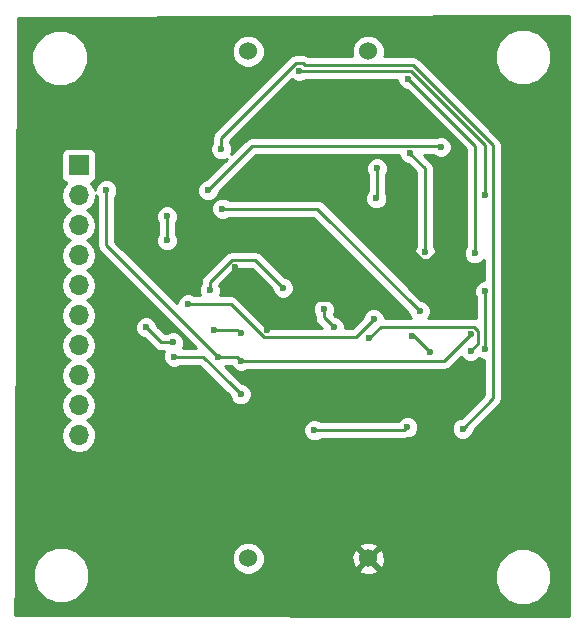
<source format=gbr>
G04 #@! TF.FileFunction,Copper,L2,Bot,Signal*
%FSLAX46Y46*%
G04 Gerber Fmt 4.6, Leading zero omitted, Abs format (unit mm)*
G04 Created by KiCad (PCBNEW 4.0.7) date Wednesday, December 20, 2017 'PMt' 05:08:58 PM*
%MOMM*%
%LPD*%
G01*
G04 APERTURE LIST*
%ADD10C,0.100000*%
%ADD11C,1.524000*%
%ADD12R,1.700000X1.700000*%
%ADD13O,1.700000X1.700000*%
%ADD14C,0.600000*%
%ADD15C,0.250000*%
%ADD16C,0.254000*%
G04 APERTURE END LIST*
D10*
D11*
X109220000Y-128270000D03*
X119380000Y-128270000D03*
X109220000Y-85344000D03*
X119380000Y-85344000D03*
D12*
X94869000Y-94996000D03*
D13*
X94869000Y-97536000D03*
X94869000Y-100076000D03*
X94869000Y-102616000D03*
X94869000Y-105156000D03*
X94869000Y-107696000D03*
X94869000Y-110236000D03*
X94869000Y-112776000D03*
X94869000Y-115316000D03*
X94869000Y-117856000D03*
D14*
X116464000Y-108712000D03*
X115628420Y-107175300D03*
X106954320Y-93626940D03*
X127386080Y-117284500D03*
X112171480Y-105359200D03*
X105966260Y-105582720D03*
X129316480Y-105671620D03*
X129273300Y-110538260D03*
X124584460Y-110761780D03*
X123065540Y-109466380D03*
X108587540Y-109194600D03*
X106339640Y-108900002D03*
X116730780Y-125958600D03*
X127579120Y-97350580D03*
X123162060Y-97020380D03*
X118132860Y-105890060D03*
X110835440Y-108900002D03*
X108122720Y-103642160D03*
X110497620Y-114368580D03*
X107528360Y-117635020D03*
X106212640Y-114241580D03*
X125552200Y-93451680D03*
X105816400Y-97114360D03*
X120068340Y-97792540D03*
X120124220Y-95252540D03*
X108587540Y-114368580D03*
X102946200Y-111188500D03*
X102870000Y-109982000D03*
X100584000Y-108712000D03*
X122712480Y-117167660D03*
X114823240Y-117419120D03*
X128066800Y-109303820D03*
X97221040Y-97106740D03*
X106636820Y-111188500D03*
X108630720Y-111526320D03*
X106636820Y-111188500D03*
X102362000Y-99314000D03*
X102362000Y-101346000D03*
X113553240Y-86969600D03*
X129289429Y-97515805D03*
X122775980Y-87685880D03*
X128407160Y-102430580D03*
X119852440Y-107993180D03*
X104134920Y-106743500D03*
X123736100Y-107325160D03*
X123736100Y-107325160D03*
X123736100Y-107325160D03*
X107038140Y-98661220D03*
X128066800Y-110672880D03*
X119494300Y-109646720D03*
X124206000Y-102362000D03*
X122936000Y-93980000D03*
D15*
X115628420Y-107175300D02*
X115628420Y-107876420D01*
X115628420Y-107876420D02*
X116464000Y-108712000D01*
X127386080Y-117284500D02*
X129941481Y-114729099D01*
X113853241Y-86344599D02*
X113253239Y-86344599D01*
X129941481Y-114729099D02*
X129941481Y-93289969D01*
X129941481Y-93289969D02*
X123171102Y-86519590D01*
X123171102Y-86519590D02*
X114028232Y-86519590D01*
X113253239Y-86344599D02*
X106954320Y-92643518D01*
X114028232Y-86519590D02*
X113853241Y-86344599D01*
X106954320Y-92643518D02*
X106954320Y-93626940D01*
X105966260Y-105582720D02*
X105966260Y-104873618D01*
X105966260Y-104873618D02*
X107822719Y-103017159D01*
X107822719Y-103017159D02*
X109829439Y-103017159D01*
X109829439Y-103017159D02*
X112171480Y-105359200D01*
X129273300Y-110538260D02*
X129273300Y-105714800D01*
X129273300Y-105714800D02*
X129316480Y-105671620D01*
X123065540Y-109466380D02*
X123289060Y-109466380D01*
X123289060Y-109466380D02*
X124584460Y-110761780D01*
X106339640Y-108900002D02*
X108292942Y-108900002D01*
X108292942Y-108900002D02*
X108587540Y-109194600D01*
X107528360Y-117635020D02*
X108407200Y-117635020D01*
X108407200Y-117635020D02*
X116730780Y-125958600D01*
X123162060Y-97020380D02*
X123162060Y-102243062D01*
X123162060Y-102243062D02*
X123905999Y-102987001D01*
X123905999Y-102987001D02*
X124506001Y-102987001D01*
X124506001Y-102987001D02*
X127579120Y-99913882D01*
X127579120Y-99913882D02*
X127579120Y-97350580D01*
X116436140Y-106354880D02*
X116900960Y-105890060D01*
X116900960Y-105890060D02*
X118132860Y-105890060D01*
X110835440Y-106354880D02*
X116436140Y-106354880D01*
X108122720Y-103642160D02*
X110835440Y-106354880D01*
X110835440Y-106354880D02*
X110835440Y-108900002D01*
X107528360Y-115557300D02*
X109308900Y-115557300D01*
X109308900Y-115557300D02*
X110497620Y-114368580D01*
X106212640Y-114241580D02*
X107528360Y-115557300D01*
X107528360Y-115557300D02*
X107528360Y-117635020D01*
X105816400Y-97114360D02*
X109575761Y-93354999D01*
X109575761Y-93354999D02*
X125455519Y-93354999D01*
X125455519Y-93354999D02*
X125552200Y-93451680D01*
X120124220Y-95252540D02*
X120124220Y-97736660D01*
X120124220Y-97736660D02*
X120068340Y-97792540D01*
X102946200Y-111188500D02*
X105407460Y-111188500D01*
X105407460Y-111188500D02*
X107835539Y-113616579D01*
X107835539Y-113616579D02*
X108587540Y-114368580D01*
X100584000Y-108712000D02*
X101854000Y-109982000D01*
X101854000Y-109982000D02*
X102870000Y-109982000D01*
X114823240Y-117419120D02*
X122461020Y-117419120D01*
X122461020Y-117419120D02*
X122712480Y-117167660D01*
X108630720Y-111526320D02*
X125844300Y-111526320D01*
X125844300Y-111526320D02*
X128066800Y-109303820D01*
X106636820Y-111188500D02*
X97221040Y-101772720D01*
X97221040Y-101772720D02*
X97221040Y-100706404D01*
X97221040Y-100706404D02*
X97221040Y-97106740D01*
X106636820Y-111188500D02*
X108292900Y-111188500D01*
X108292900Y-111188500D02*
X108630720Y-111526320D01*
X102362000Y-101346000D02*
X102362000Y-99314000D01*
X129289429Y-97515805D02*
X129289429Y-93274327D01*
X129289429Y-93274327D02*
X122984702Y-86969600D01*
X122984702Y-86969600D02*
X113553240Y-86969600D01*
X128407160Y-102430580D02*
X128407160Y-93317060D01*
X128407160Y-93317060D02*
X122775980Y-87685880D01*
X104134920Y-106743500D02*
X107753936Y-106743500D01*
X110535439Y-109525003D02*
X118320617Y-109525003D01*
X107753936Y-106743500D02*
X110535439Y-109525003D01*
X118320617Y-109525003D02*
X119852440Y-107993180D01*
X107038140Y-98661220D02*
X115072160Y-98661220D01*
X115072160Y-98661220D02*
X123736100Y-107325160D01*
X119494300Y-109646720D02*
X120462201Y-108678819D01*
X120462201Y-108678819D02*
X128366801Y-108678819D01*
X128366801Y-108678819D02*
X128691801Y-109003819D01*
X128691801Y-109003819D02*
X128691801Y-110047879D01*
X128691801Y-110047879D02*
X128066800Y-110672880D01*
X124197443Y-95258557D02*
X124197443Y-102353443D01*
X124197443Y-102353443D02*
X124206000Y-102362000D01*
X122936000Y-93980000D02*
X122936000Y-93997114D01*
X122936000Y-93997114D02*
X124197443Y-95258557D01*
D16*
G36*
X136362440Y-133184667D02*
X89520299Y-133098773D01*
X89532874Y-130136785D01*
X91020547Y-130136785D01*
X91382876Y-131013689D01*
X92053202Y-131685186D01*
X92929473Y-132049045D01*
X93878285Y-132049873D01*
X94755189Y-131687544D01*
X95426686Y-131017218D01*
X95727936Y-130291725D01*
X130088287Y-130291725D01*
X130450616Y-131168629D01*
X131120942Y-131840126D01*
X131997213Y-132203985D01*
X132946025Y-132204813D01*
X133822929Y-131842484D01*
X134494426Y-131172158D01*
X134858285Y-130295887D01*
X134859113Y-129347075D01*
X134496784Y-128470171D01*
X133826458Y-127798674D01*
X132950187Y-127434815D01*
X132001375Y-127433987D01*
X131124471Y-127796316D01*
X130452974Y-128466642D01*
X130089115Y-129342913D01*
X130088287Y-130291725D01*
X95727936Y-130291725D01*
X95790545Y-130140947D01*
X95791373Y-129192135D01*
X95524669Y-128546661D01*
X107822758Y-128546661D01*
X108034990Y-129060303D01*
X108427630Y-129453629D01*
X108940900Y-129666757D01*
X109496661Y-129667242D01*
X110010303Y-129455010D01*
X110215457Y-129250213D01*
X118579392Y-129250213D01*
X118648857Y-129492397D01*
X119172302Y-129679144D01*
X119727368Y-129651362D01*
X120111143Y-129492397D01*
X120180608Y-129250213D01*
X119380000Y-128449605D01*
X118579392Y-129250213D01*
X110215457Y-129250213D01*
X110403629Y-129062370D01*
X110616757Y-128549100D01*
X110617181Y-128062302D01*
X117970856Y-128062302D01*
X117998638Y-128617368D01*
X118157603Y-129001143D01*
X118399787Y-129070608D01*
X119200395Y-128270000D01*
X119559605Y-128270000D01*
X120360213Y-129070608D01*
X120602397Y-129001143D01*
X120789144Y-128477698D01*
X120761362Y-127922632D01*
X120602397Y-127538857D01*
X120360213Y-127469392D01*
X119559605Y-128270000D01*
X119200395Y-128270000D01*
X118399787Y-127469392D01*
X118157603Y-127538857D01*
X117970856Y-128062302D01*
X110617181Y-128062302D01*
X110617242Y-127993339D01*
X110405010Y-127479697D01*
X110215432Y-127289787D01*
X118579392Y-127289787D01*
X119380000Y-128090395D01*
X120180608Y-127289787D01*
X120111143Y-127047603D01*
X119587698Y-126860856D01*
X119032632Y-126888638D01*
X118648857Y-127047603D01*
X118579392Y-127289787D01*
X110215432Y-127289787D01*
X110012370Y-127086371D01*
X109499100Y-126873243D01*
X108943339Y-126872758D01*
X108429697Y-127084990D01*
X108036371Y-127477630D01*
X107823243Y-127990900D01*
X107822758Y-128546661D01*
X95524669Y-128546661D01*
X95429044Y-128315231D01*
X94758718Y-127643734D01*
X93882447Y-127279875D01*
X92933635Y-127279047D01*
X92056731Y-127641376D01*
X91385234Y-128311702D01*
X91021375Y-129187973D01*
X91020547Y-130136785D01*
X89532874Y-130136785D01*
X89671281Y-97536000D01*
X93354907Y-97536000D01*
X93467946Y-98104285D01*
X93789853Y-98586054D01*
X94119026Y-98806000D01*
X93789853Y-99025946D01*
X93467946Y-99507715D01*
X93354907Y-100076000D01*
X93467946Y-100644285D01*
X93789853Y-101126054D01*
X94119026Y-101346000D01*
X93789853Y-101565946D01*
X93467946Y-102047715D01*
X93354907Y-102616000D01*
X93467946Y-103184285D01*
X93789853Y-103666054D01*
X94119026Y-103886000D01*
X93789853Y-104105946D01*
X93467946Y-104587715D01*
X93354907Y-105156000D01*
X93467946Y-105724285D01*
X93789853Y-106206054D01*
X94119026Y-106426000D01*
X93789853Y-106645946D01*
X93467946Y-107127715D01*
X93354907Y-107696000D01*
X93467946Y-108264285D01*
X93789853Y-108746054D01*
X94119026Y-108966000D01*
X93789853Y-109185946D01*
X93467946Y-109667715D01*
X93354907Y-110236000D01*
X93467946Y-110804285D01*
X93789853Y-111286054D01*
X94119026Y-111506000D01*
X93789853Y-111725946D01*
X93467946Y-112207715D01*
X93354907Y-112776000D01*
X93467946Y-113344285D01*
X93789853Y-113826054D01*
X94119026Y-114046000D01*
X93789853Y-114265946D01*
X93467946Y-114747715D01*
X93354907Y-115316000D01*
X93467946Y-115884285D01*
X93789853Y-116366054D01*
X94119026Y-116586000D01*
X93789853Y-116805946D01*
X93467946Y-117287715D01*
X93354907Y-117856000D01*
X93467946Y-118424285D01*
X93789853Y-118906054D01*
X94271622Y-119227961D01*
X94839907Y-119341000D01*
X94898093Y-119341000D01*
X95466378Y-119227961D01*
X95948147Y-118906054D01*
X96270054Y-118424285D01*
X96383093Y-117856000D01*
X96333025Y-117604287D01*
X113888078Y-117604287D01*
X114030123Y-117948063D01*
X114292913Y-118211312D01*
X114636441Y-118353958D01*
X115008407Y-118354282D01*
X115352183Y-118212237D01*
X115385358Y-118179120D01*
X122461020Y-118179120D01*
X122751859Y-118121268D01*
X122779619Y-118102719D01*
X122897647Y-118102822D01*
X123241423Y-117960777D01*
X123504672Y-117697987D01*
X123647318Y-117354459D01*
X123647642Y-116982493D01*
X123505597Y-116638717D01*
X123242807Y-116375468D01*
X122899279Y-116232822D01*
X122527313Y-116232498D01*
X122183537Y-116374543D01*
X121920288Y-116637333D01*
X121911241Y-116659120D01*
X115385703Y-116659120D01*
X115353567Y-116626928D01*
X115010039Y-116484282D01*
X114638073Y-116483958D01*
X114294297Y-116626003D01*
X114031048Y-116888793D01*
X113888402Y-117232321D01*
X113888078Y-117604287D01*
X96333025Y-117604287D01*
X96270054Y-117287715D01*
X95948147Y-116805946D01*
X95618974Y-116586000D01*
X95948147Y-116366054D01*
X96270054Y-115884285D01*
X96383093Y-115316000D01*
X96270054Y-114747715D01*
X95948147Y-114265946D01*
X95618974Y-114046000D01*
X95948147Y-113826054D01*
X96270054Y-113344285D01*
X96383093Y-112776000D01*
X96270054Y-112207715D01*
X95948147Y-111725946D01*
X95618974Y-111506000D01*
X95948147Y-111286054D01*
X96270054Y-110804285D01*
X96383093Y-110236000D01*
X96270054Y-109667715D01*
X95948147Y-109185946D01*
X95618974Y-108966000D01*
X95948147Y-108746054D01*
X96270054Y-108264285D01*
X96383093Y-107696000D01*
X96270054Y-107127715D01*
X95948147Y-106645946D01*
X95618974Y-106426000D01*
X95948147Y-106206054D01*
X96270054Y-105724285D01*
X96383093Y-105156000D01*
X96270054Y-104587715D01*
X95948147Y-104105946D01*
X95618974Y-103886000D01*
X95948147Y-103666054D01*
X96270054Y-103184285D01*
X96383093Y-102616000D01*
X96270054Y-102047715D01*
X95948147Y-101565946D01*
X95618974Y-101346000D01*
X95948147Y-101126054D01*
X96270054Y-100644285D01*
X96383093Y-100076000D01*
X96270054Y-99507715D01*
X95948147Y-99025946D01*
X95618974Y-98806000D01*
X95948147Y-98586054D01*
X96270054Y-98104285D01*
X96383093Y-97536000D01*
X96379712Y-97519004D01*
X96427923Y-97635683D01*
X96461040Y-97668858D01*
X96461040Y-101772720D01*
X96518892Y-102063559D01*
X96683639Y-102310121D01*
X104802018Y-110428500D01*
X103697000Y-110428500D01*
X103804838Y-110168799D01*
X103805162Y-109796833D01*
X103663117Y-109453057D01*
X103400327Y-109189808D01*
X103056799Y-109047162D01*
X102684833Y-109046838D01*
X102341057Y-109188883D01*
X102307882Y-109222000D01*
X102168802Y-109222000D01*
X101519122Y-108572320D01*
X101519162Y-108526833D01*
X101377117Y-108183057D01*
X101114327Y-107919808D01*
X100770799Y-107777162D01*
X100398833Y-107776838D01*
X100055057Y-107918883D01*
X99791808Y-108181673D01*
X99649162Y-108525201D01*
X99648838Y-108897167D01*
X99790883Y-109240943D01*
X100053673Y-109504192D01*
X100397201Y-109646838D01*
X100444077Y-109646879D01*
X101316599Y-110519401D01*
X101563160Y-110684148D01*
X101854000Y-110742000D01*
X102119200Y-110742000D01*
X102011362Y-111001701D01*
X102011038Y-111373667D01*
X102153083Y-111717443D01*
X102415873Y-111980692D01*
X102759401Y-112123338D01*
X103131367Y-112123662D01*
X103475143Y-111981617D01*
X103508318Y-111948500D01*
X105092658Y-111948500D01*
X107652418Y-114508260D01*
X107652378Y-114553747D01*
X107794423Y-114897523D01*
X108057213Y-115160772D01*
X108400741Y-115303418D01*
X108772707Y-115303742D01*
X109116483Y-115161697D01*
X109379732Y-114898907D01*
X109522378Y-114555379D01*
X109522702Y-114183413D01*
X109380657Y-113839637D01*
X109117867Y-113576388D01*
X108774339Y-113433742D01*
X108727463Y-113433701D01*
X107242262Y-111948500D01*
X107793490Y-111948500D01*
X107837603Y-112055263D01*
X108100393Y-112318512D01*
X108443921Y-112461158D01*
X108815887Y-112461482D01*
X109159663Y-112319437D01*
X109192838Y-112286320D01*
X125844300Y-112286320D01*
X126135139Y-112228468D01*
X126381701Y-112063721D01*
X127264887Y-111180535D01*
X127273683Y-111201823D01*
X127536473Y-111465072D01*
X127880001Y-111607718D01*
X128251967Y-111608042D01*
X128595743Y-111465997D01*
X128737259Y-111324728D01*
X128742973Y-111330452D01*
X129086501Y-111473098D01*
X129181481Y-111473181D01*
X129181481Y-114414297D01*
X127246400Y-116349378D01*
X127200913Y-116349338D01*
X126857137Y-116491383D01*
X126593888Y-116754173D01*
X126451242Y-117097701D01*
X126450918Y-117469667D01*
X126592963Y-117813443D01*
X126855753Y-118076692D01*
X127199281Y-118219338D01*
X127571247Y-118219662D01*
X127915023Y-118077617D01*
X128178272Y-117814827D01*
X128320918Y-117471299D01*
X128320959Y-117424423D01*
X130478882Y-115266500D01*
X130643629Y-115019938D01*
X130701481Y-114729099D01*
X130701481Y-93289969D01*
X130643629Y-92999130D01*
X130478882Y-92752568D01*
X124012539Y-86286225D01*
X130088287Y-86286225D01*
X130450616Y-87163129D01*
X131120942Y-87834626D01*
X131997213Y-88198485D01*
X132946025Y-88199313D01*
X133822929Y-87836984D01*
X134494426Y-87166658D01*
X134858285Y-86290387D01*
X134859113Y-85341575D01*
X134496784Y-84464671D01*
X133826458Y-83793174D01*
X132950187Y-83429315D01*
X132001375Y-83428487D01*
X131124471Y-83790816D01*
X130452974Y-84461142D01*
X130089115Y-85337413D01*
X130088287Y-86286225D01*
X124012539Y-86286225D01*
X123708503Y-85982189D01*
X123461941Y-85817442D01*
X123171102Y-85759590D01*
X120720081Y-85759590D01*
X120776757Y-85623100D01*
X120777242Y-85067339D01*
X120565010Y-84553697D01*
X120172370Y-84160371D01*
X119659100Y-83947243D01*
X119103339Y-83946758D01*
X118589697Y-84158990D01*
X118196371Y-84551630D01*
X117983243Y-85064900D01*
X117982758Y-85620661D01*
X118040162Y-85759590D01*
X114319391Y-85759590D01*
X114144080Y-85642451D01*
X113853241Y-85584599D01*
X113253239Y-85584599D01*
X112962400Y-85642451D01*
X112715838Y-85807198D01*
X106416919Y-92106117D01*
X106252172Y-92352679D01*
X106194320Y-92643518D01*
X106194320Y-93064477D01*
X106162128Y-93096613D01*
X106019482Y-93440141D01*
X106019158Y-93812107D01*
X106161203Y-94155883D01*
X106423993Y-94419132D01*
X106767521Y-94561778D01*
X107139487Y-94562102D01*
X107402552Y-94453406D01*
X105676720Y-96179238D01*
X105631233Y-96179198D01*
X105287457Y-96321243D01*
X105024208Y-96584033D01*
X104881562Y-96927561D01*
X104881238Y-97299527D01*
X105023283Y-97643303D01*
X105286073Y-97906552D01*
X105629601Y-98049198D01*
X106001567Y-98049522D01*
X106345343Y-97907477D01*
X106608592Y-97644687D01*
X106751238Y-97301159D01*
X106751279Y-97254283D01*
X109890563Y-94114999D01*
X122000882Y-94114999D01*
X122000838Y-94165167D01*
X122142883Y-94508943D01*
X122405673Y-94772192D01*
X122749201Y-94914838D01*
X122778948Y-94914864D01*
X123437443Y-95573359D01*
X123437443Y-101808079D01*
X123413808Y-101831673D01*
X123271162Y-102175201D01*
X123270838Y-102547167D01*
X123412883Y-102890943D01*
X123675673Y-103154192D01*
X124019201Y-103296838D01*
X124391167Y-103297162D01*
X124734943Y-103155117D01*
X124998192Y-102892327D01*
X125140838Y-102548799D01*
X125141162Y-102176833D01*
X124999117Y-101833057D01*
X124957443Y-101791310D01*
X124957443Y-95258557D01*
X124899591Y-94967718D01*
X124734844Y-94721156D01*
X124128687Y-94114999D01*
X124893225Y-94114999D01*
X125021873Y-94243872D01*
X125365401Y-94386518D01*
X125737367Y-94386842D01*
X126081143Y-94244797D01*
X126344392Y-93982007D01*
X126487038Y-93638479D01*
X126487362Y-93266513D01*
X126345317Y-92922737D01*
X126082527Y-92659488D01*
X125738999Y-92516842D01*
X125367033Y-92516518D01*
X125177094Y-92594999D01*
X109575761Y-92594999D01*
X109284921Y-92652851D01*
X109038360Y-92817598D01*
X107780470Y-94075488D01*
X107889158Y-93813739D01*
X107889482Y-93441773D01*
X107747437Y-93097997D01*
X107714320Y-93064822D01*
X107714320Y-92958320D01*
X112966929Y-87705711D01*
X113022913Y-87761792D01*
X113366441Y-87904438D01*
X113738407Y-87904762D01*
X114082183Y-87762717D01*
X114115358Y-87729600D01*
X121840941Y-87729600D01*
X121840818Y-87871047D01*
X121982863Y-88214823D01*
X122245653Y-88478072D01*
X122589181Y-88620718D01*
X122636057Y-88620759D01*
X127647160Y-93631862D01*
X127647160Y-101868117D01*
X127614968Y-101900253D01*
X127472322Y-102243781D01*
X127471998Y-102615747D01*
X127614043Y-102959523D01*
X127876833Y-103222772D01*
X128220361Y-103365418D01*
X128592327Y-103365742D01*
X128936103Y-103223697D01*
X129181481Y-102978747D01*
X129181481Y-104736502D01*
X129131313Y-104736458D01*
X128787537Y-104878503D01*
X128524288Y-105141293D01*
X128381642Y-105484821D01*
X128381318Y-105856787D01*
X128513300Y-106176209D01*
X128513300Y-107947960D01*
X128366801Y-107918819D01*
X124464849Y-107918819D01*
X124528292Y-107855487D01*
X124670938Y-107511959D01*
X124671262Y-107139993D01*
X124529217Y-106796217D01*
X124266427Y-106532968D01*
X123922899Y-106390322D01*
X123876023Y-106390281D01*
X115609561Y-98123819D01*
X115390889Y-97977707D01*
X119133178Y-97977707D01*
X119275223Y-98321483D01*
X119538013Y-98584732D01*
X119881541Y-98727378D01*
X120253507Y-98727702D01*
X120597283Y-98585657D01*
X120860532Y-98322867D01*
X121003178Y-97979339D01*
X121003502Y-97607373D01*
X120884220Y-97318688D01*
X120884220Y-95815003D01*
X120916412Y-95782867D01*
X121059058Y-95439339D01*
X121059382Y-95067373D01*
X120917337Y-94723597D01*
X120654547Y-94460348D01*
X120311019Y-94317702D01*
X119939053Y-94317378D01*
X119595277Y-94459423D01*
X119332028Y-94722213D01*
X119189382Y-95065741D01*
X119189058Y-95437707D01*
X119331103Y-95781483D01*
X119364220Y-95814658D01*
X119364220Y-97174295D01*
X119276148Y-97262213D01*
X119133502Y-97605741D01*
X119133178Y-97977707D01*
X115390889Y-97977707D01*
X115362999Y-97959072D01*
X115072160Y-97901220D01*
X107600603Y-97901220D01*
X107568467Y-97869028D01*
X107224939Y-97726382D01*
X106852973Y-97726058D01*
X106509197Y-97868103D01*
X106245948Y-98130893D01*
X106103302Y-98474421D01*
X106102978Y-98846387D01*
X106245023Y-99190163D01*
X106507813Y-99453412D01*
X106851341Y-99596058D01*
X107223307Y-99596382D01*
X107567083Y-99454337D01*
X107600258Y-99421220D01*
X114757358Y-99421220D01*
X122800978Y-107464840D01*
X122800938Y-107510327D01*
X122942983Y-107854103D01*
X123007586Y-107918819D01*
X120787505Y-107918819D01*
X120787602Y-107808013D01*
X120645557Y-107464237D01*
X120382767Y-107200988D01*
X120039239Y-107058342D01*
X119667273Y-107058018D01*
X119323497Y-107200063D01*
X119060248Y-107462853D01*
X118917602Y-107806381D01*
X118917561Y-107853257D01*
X118005815Y-108765003D01*
X117398955Y-108765003D01*
X117399162Y-108526833D01*
X117257117Y-108183057D01*
X116994327Y-107919808D01*
X116650799Y-107777162D01*
X116603923Y-107777121D01*
X116453420Y-107626618D01*
X116563258Y-107362099D01*
X116563582Y-106990133D01*
X116421537Y-106646357D01*
X116158747Y-106383108D01*
X115815219Y-106240462D01*
X115443253Y-106240138D01*
X115099477Y-106382183D01*
X114836228Y-106644973D01*
X114693582Y-106988501D01*
X114693258Y-107360467D01*
X114835303Y-107704243D01*
X114868420Y-107737418D01*
X114868420Y-107876420D01*
X114926272Y-108167259D01*
X115091019Y-108413821D01*
X115442201Y-108765003D01*
X110850241Y-108765003D01*
X108291337Y-106206099D01*
X108044775Y-106041352D01*
X107753936Y-105983500D01*
X106812245Y-105983500D01*
X106901098Y-105769519D01*
X106901422Y-105397553D01*
X106789061Y-105125619D01*
X108137522Y-103777159D01*
X109514637Y-103777159D01*
X111236358Y-105498880D01*
X111236318Y-105544367D01*
X111378363Y-105888143D01*
X111641153Y-106151392D01*
X111984681Y-106294038D01*
X112356647Y-106294362D01*
X112700423Y-106152317D01*
X112963672Y-105889527D01*
X113106318Y-105545999D01*
X113106642Y-105174033D01*
X112964597Y-104830257D01*
X112701807Y-104567008D01*
X112358279Y-104424362D01*
X112311403Y-104424321D01*
X110366840Y-102479758D01*
X110120278Y-102315011D01*
X109829439Y-102257159D01*
X107822719Y-102257159D01*
X107531880Y-102315011D01*
X107531878Y-102315012D01*
X107531879Y-102315012D01*
X107285317Y-102479758D01*
X105428859Y-104336217D01*
X105264112Y-104582779D01*
X105206260Y-104873618D01*
X105206260Y-105020257D01*
X105174068Y-105052393D01*
X105031422Y-105395921D01*
X105031098Y-105767887D01*
X105120187Y-105983500D01*
X104697383Y-105983500D01*
X104665247Y-105951308D01*
X104321719Y-105808662D01*
X103949753Y-105808338D01*
X103605977Y-105950383D01*
X103342728Y-106213173D01*
X103200082Y-106556701D01*
X103199977Y-106676855D01*
X97981040Y-101457918D01*
X97981040Y-99499167D01*
X101426838Y-99499167D01*
X101568883Y-99842943D01*
X101602000Y-99876118D01*
X101602000Y-100783537D01*
X101569808Y-100815673D01*
X101427162Y-101159201D01*
X101426838Y-101531167D01*
X101568883Y-101874943D01*
X101831673Y-102138192D01*
X102175201Y-102280838D01*
X102547167Y-102281162D01*
X102890943Y-102139117D01*
X103154192Y-101876327D01*
X103296838Y-101532799D01*
X103297162Y-101160833D01*
X103155117Y-100817057D01*
X103122000Y-100783882D01*
X103122000Y-99876463D01*
X103154192Y-99844327D01*
X103296838Y-99500799D01*
X103297162Y-99128833D01*
X103155117Y-98785057D01*
X102892327Y-98521808D01*
X102548799Y-98379162D01*
X102176833Y-98378838D01*
X101833057Y-98520883D01*
X101569808Y-98783673D01*
X101427162Y-99127201D01*
X101426838Y-99499167D01*
X97981040Y-99499167D01*
X97981040Y-97669203D01*
X98013232Y-97637067D01*
X98155878Y-97293539D01*
X98156202Y-96921573D01*
X98014157Y-96577797D01*
X97751367Y-96314548D01*
X97407839Y-96171902D01*
X97035873Y-96171578D01*
X96692097Y-96313623D01*
X96428848Y-96576413D01*
X96286202Y-96919941D01*
X96286090Y-97048334D01*
X96270054Y-96967715D01*
X95948147Y-96485946D01*
X95906548Y-96458150D01*
X95954317Y-96449162D01*
X96170441Y-96310090D01*
X96315431Y-96097890D01*
X96366440Y-95846000D01*
X96366440Y-94146000D01*
X96322162Y-93910683D01*
X96183090Y-93694559D01*
X95970890Y-93549569D01*
X95719000Y-93498560D01*
X94019000Y-93498560D01*
X93783683Y-93542838D01*
X93567559Y-93681910D01*
X93422569Y-93894110D01*
X93371560Y-94146000D01*
X93371560Y-95846000D01*
X93415838Y-96081317D01*
X93554910Y-96297441D01*
X93767110Y-96442431D01*
X93834541Y-96456086D01*
X93789853Y-96485946D01*
X93467946Y-96967715D01*
X93354907Y-97536000D01*
X89671281Y-97536000D01*
X89718741Y-86357345D01*
X90878307Y-86357345D01*
X91240636Y-87234249D01*
X91910962Y-87905746D01*
X92787233Y-88269605D01*
X93736045Y-88270433D01*
X94612949Y-87908104D01*
X95284446Y-87237778D01*
X95648305Y-86361507D01*
X95648951Y-85620661D01*
X107822758Y-85620661D01*
X108034990Y-86134303D01*
X108427630Y-86527629D01*
X108940900Y-86740757D01*
X109496661Y-86741242D01*
X110010303Y-86529010D01*
X110403629Y-86136370D01*
X110616757Y-85623100D01*
X110617242Y-85067339D01*
X110405010Y-84553697D01*
X110012370Y-84160371D01*
X109499100Y-83947243D01*
X108943339Y-83946758D01*
X108429697Y-84158990D01*
X108036371Y-84551630D01*
X107823243Y-85064900D01*
X107822758Y-85620661D01*
X95648951Y-85620661D01*
X95649133Y-85412695D01*
X95286804Y-84535791D01*
X94616478Y-83864294D01*
X93740207Y-83500435D01*
X92791395Y-83499607D01*
X91914491Y-83861936D01*
X91242994Y-84532262D01*
X90879135Y-85408533D01*
X90878307Y-86357345D01*
X89718741Y-86357345D01*
X89734856Y-82561783D01*
X136362440Y-82347386D01*
X136362440Y-133184667D01*
X136362440Y-133184667D01*
G37*
X136362440Y-133184667D02*
X89520299Y-133098773D01*
X89532874Y-130136785D01*
X91020547Y-130136785D01*
X91382876Y-131013689D01*
X92053202Y-131685186D01*
X92929473Y-132049045D01*
X93878285Y-132049873D01*
X94755189Y-131687544D01*
X95426686Y-131017218D01*
X95727936Y-130291725D01*
X130088287Y-130291725D01*
X130450616Y-131168629D01*
X131120942Y-131840126D01*
X131997213Y-132203985D01*
X132946025Y-132204813D01*
X133822929Y-131842484D01*
X134494426Y-131172158D01*
X134858285Y-130295887D01*
X134859113Y-129347075D01*
X134496784Y-128470171D01*
X133826458Y-127798674D01*
X132950187Y-127434815D01*
X132001375Y-127433987D01*
X131124471Y-127796316D01*
X130452974Y-128466642D01*
X130089115Y-129342913D01*
X130088287Y-130291725D01*
X95727936Y-130291725D01*
X95790545Y-130140947D01*
X95791373Y-129192135D01*
X95524669Y-128546661D01*
X107822758Y-128546661D01*
X108034990Y-129060303D01*
X108427630Y-129453629D01*
X108940900Y-129666757D01*
X109496661Y-129667242D01*
X110010303Y-129455010D01*
X110215457Y-129250213D01*
X118579392Y-129250213D01*
X118648857Y-129492397D01*
X119172302Y-129679144D01*
X119727368Y-129651362D01*
X120111143Y-129492397D01*
X120180608Y-129250213D01*
X119380000Y-128449605D01*
X118579392Y-129250213D01*
X110215457Y-129250213D01*
X110403629Y-129062370D01*
X110616757Y-128549100D01*
X110617181Y-128062302D01*
X117970856Y-128062302D01*
X117998638Y-128617368D01*
X118157603Y-129001143D01*
X118399787Y-129070608D01*
X119200395Y-128270000D01*
X119559605Y-128270000D01*
X120360213Y-129070608D01*
X120602397Y-129001143D01*
X120789144Y-128477698D01*
X120761362Y-127922632D01*
X120602397Y-127538857D01*
X120360213Y-127469392D01*
X119559605Y-128270000D01*
X119200395Y-128270000D01*
X118399787Y-127469392D01*
X118157603Y-127538857D01*
X117970856Y-128062302D01*
X110617181Y-128062302D01*
X110617242Y-127993339D01*
X110405010Y-127479697D01*
X110215432Y-127289787D01*
X118579392Y-127289787D01*
X119380000Y-128090395D01*
X120180608Y-127289787D01*
X120111143Y-127047603D01*
X119587698Y-126860856D01*
X119032632Y-126888638D01*
X118648857Y-127047603D01*
X118579392Y-127289787D01*
X110215432Y-127289787D01*
X110012370Y-127086371D01*
X109499100Y-126873243D01*
X108943339Y-126872758D01*
X108429697Y-127084990D01*
X108036371Y-127477630D01*
X107823243Y-127990900D01*
X107822758Y-128546661D01*
X95524669Y-128546661D01*
X95429044Y-128315231D01*
X94758718Y-127643734D01*
X93882447Y-127279875D01*
X92933635Y-127279047D01*
X92056731Y-127641376D01*
X91385234Y-128311702D01*
X91021375Y-129187973D01*
X91020547Y-130136785D01*
X89532874Y-130136785D01*
X89671281Y-97536000D01*
X93354907Y-97536000D01*
X93467946Y-98104285D01*
X93789853Y-98586054D01*
X94119026Y-98806000D01*
X93789853Y-99025946D01*
X93467946Y-99507715D01*
X93354907Y-100076000D01*
X93467946Y-100644285D01*
X93789853Y-101126054D01*
X94119026Y-101346000D01*
X93789853Y-101565946D01*
X93467946Y-102047715D01*
X93354907Y-102616000D01*
X93467946Y-103184285D01*
X93789853Y-103666054D01*
X94119026Y-103886000D01*
X93789853Y-104105946D01*
X93467946Y-104587715D01*
X93354907Y-105156000D01*
X93467946Y-105724285D01*
X93789853Y-106206054D01*
X94119026Y-106426000D01*
X93789853Y-106645946D01*
X93467946Y-107127715D01*
X93354907Y-107696000D01*
X93467946Y-108264285D01*
X93789853Y-108746054D01*
X94119026Y-108966000D01*
X93789853Y-109185946D01*
X93467946Y-109667715D01*
X93354907Y-110236000D01*
X93467946Y-110804285D01*
X93789853Y-111286054D01*
X94119026Y-111506000D01*
X93789853Y-111725946D01*
X93467946Y-112207715D01*
X93354907Y-112776000D01*
X93467946Y-113344285D01*
X93789853Y-113826054D01*
X94119026Y-114046000D01*
X93789853Y-114265946D01*
X93467946Y-114747715D01*
X93354907Y-115316000D01*
X93467946Y-115884285D01*
X93789853Y-116366054D01*
X94119026Y-116586000D01*
X93789853Y-116805946D01*
X93467946Y-117287715D01*
X93354907Y-117856000D01*
X93467946Y-118424285D01*
X93789853Y-118906054D01*
X94271622Y-119227961D01*
X94839907Y-119341000D01*
X94898093Y-119341000D01*
X95466378Y-119227961D01*
X95948147Y-118906054D01*
X96270054Y-118424285D01*
X96383093Y-117856000D01*
X96333025Y-117604287D01*
X113888078Y-117604287D01*
X114030123Y-117948063D01*
X114292913Y-118211312D01*
X114636441Y-118353958D01*
X115008407Y-118354282D01*
X115352183Y-118212237D01*
X115385358Y-118179120D01*
X122461020Y-118179120D01*
X122751859Y-118121268D01*
X122779619Y-118102719D01*
X122897647Y-118102822D01*
X123241423Y-117960777D01*
X123504672Y-117697987D01*
X123647318Y-117354459D01*
X123647642Y-116982493D01*
X123505597Y-116638717D01*
X123242807Y-116375468D01*
X122899279Y-116232822D01*
X122527313Y-116232498D01*
X122183537Y-116374543D01*
X121920288Y-116637333D01*
X121911241Y-116659120D01*
X115385703Y-116659120D01*
X115353567Y-116626928D01*
X115010039Y-116484282D01*
X114638073Y-116483958D01*
X114294297Y-116626003D01*
X114031048Y-116888793D01*
X113888402Y-117232321D01*
X113888078Y-117604287D01*
X96333025Y-117604287D01*
X96270054Y-117287715D01*
X95948147Y-116805946D01*
X95618974Y-116586000D01*
X95948147Y-116366054D01*
X96270054Y-115884285D01*
X96383093Y-115316000D01*
X96270054Y-114747715D01*
X95948147Y-114265946D01*
X95618974Y-114046000D01*
X95948147Y-113826054D01*
X96270054Y-113344285D01*
X96383093Y-112776000D01*
X96270054Y-112207715D01*
X95948147Y-111725946D01*
X95618974Y-111506000D01*
X95948147Y-111286054D01*
X96270054Y-110804285D01*
X96383093Y-110236000D01*
X96270054Y-109667715D01*
X95948147Y-109185946D01*
X95618974Y-108966000D01*
X95948147Y-108746054D01*
X96270054Y-108264285D01*
X96383093Y-107696000D01*
X96270054Y-107127715D01*
X95948147Y-106645946D01*
X95618974Y-106426000D01*
X95948147Y-106206054D01*
X96270054Y-105724285D01*
X96383093Y-105156000D01*
X96270054Y-104587715D01*
X95948147Y-104105946D01*
X95618974Y-103886000D01*
X95948147Y-103666054D01*
X96270054Y-103184285D01*
X96383093Y-102616000D01*
X96270054Y-102047715D01*
X95948147Y-101565946D01*
X95618974Y-101346000D01*
X95948147Y-101126054D01*
X96270054Y-100644285D01*
X96383093Y-100076000D01*
X96270054Y-99507715D01*
X95948147Y-99025946D01*
X95618974Y-98806000D01*
X95948147Y-98586054D01*
X96270054Y-98104285D01*
X96383093Y-97536000D01*
X96379712Y-97519004D01*
X96427923Y-97635683D01*
X96461040Y-97668858D01*
X96461040Y-101772720D01*
X96518892Y-102063559D01*
X96683639Y-102310121D01*
X104802018Y-110428500D01*
X103697000Y-110428500D01*
X103804838Y-110168799D01*
X103805162Y-109796833D01*
X103663117Y-109453057D01*
X103400327Y-109189808D01*
X103056799Y-109047162D01*
X102684833Y-109046838D01*
X102341057Y-109188883D01*
X102307882Y-109222000D01*
X102168802Y-109222000D01*
X101519122Y-108572320D01*
X101519162Y-108526833D01*
X101377117Y-108183057D01*
X101114327Y-107919808D01*
X100770799Y-107777162D01*
X100398833Y-107776838D01*
X100055057Y-107918883D01*
X99791808Y-108181673D01*
X99649162Y-108525201D01*
X99648838Y-108897167D01*
X99790883Y-109240943D01*
X100053673Y-109504192D01*
X100397201Y-109646838D01*
X100444077Y-109646879D01*
X101316599Y-110519401D01*
X101563160Y-110684148D01*
X101854000Y-110742000D01*
X102119200Y-110742000D01*
X102011362Y-111001701D01*
X102011038Y-111373667D01*
X102153083Y-111717443D01*
X102415873Y-111980692D01*
X102759401Y-112123338D01*
X103131367Y-112123662D01*
X103475143Y-111981617D01*
X103508318Y-111948500D01*
X105092658Y-111948500D01*
X107652418Y-114508260D01*
X107652378Y-114553747D01*
X107794423Y-114897523D01*
X108057213Y-115160772D01*
X108400741Y-115303418D01*
X108772707Y-115303742D01*
X109116483Y-115161697D01*
X109379732Y-114898907D01*
X109522378Y-114555379D01*
X109522702Y-114183413D01*
X109380657Y-113839637D01*
X109117867Y-113576388D01*
X108774339Y-113433742D01*
X108727463Y-113433701D01*
X107242262Y-111948500D01*
X107793490Y-111948500D01*
X107837603Y-112055263D01*
X108100393Y-112318512D01*
X108443921Y-112461158D01*
X108815887Y-112461482D01*
X109159663Y-112319437D01*
X109192838Y-112286320D01*
X125844300Y-112286320D01*
X126135139Y-112228468D01*
X126381701Y-112063721D01*
X127264887Y-111180535D01*
X127273683Y-111201823D01*
X127536473Y-111465072D01*
X127880001Y-111607718D01*
X128251967Y-111608042D01*
X128595743Y-111465997D01*
X128737259Y-111324728D01*
X128742973Y-111330452D01*
X129086501Y-111473098D01*
X129181481Y-111473181D01*
X129181481Y-114414297D01*
X127246400Y-116349378D01*
X127200913Y-116349338D01*
X126857137Y-116491383D01*
X126593888Y-116754173D01*
X126451242Y-117097701D01*
X126450918Y-117469667D01*
X126592963Y-117813443D01*
X126855753Y-118076692D01*
X127199281Y-118219338D01*
X127571247Y-118219662D01*
X127915023Y-118077617D01*
X128178272Y-117814827D01*
X128320918Y-117471299D01*
X128320959Y-117424423D01*
X130478882Y-115266500D01*
X130643629Y-115019938D01*
X130701481Y-114729099D01*
X130701481Y-93289969D01*
X130643629Y-92999130D01*
X130478882Y-92752568D01*
X124012539Y-86286225D01*
X130088287Y-86286225D01*
X130450616Y-87163129D01*
X131120942Y-87834626D01*
X131997213Y-88198485D01*
X132946025Y-88199313D01*
X133822929Y-87836984D01*
X134494426Y-87166658D01*
X134858285Y-86290387D01*
X134859113Y-85341575D01*
X134496784Y-84464671D01*
X133826458Y-83793174D01*
X132950187Y-83429315D01*
X132001375Y-83428487D01*
X131124471Y-83790816D01*
X130452974Y-84461142D01*
X130089115Y-85337413D01*
X130088287Y-86286225D01*
X124012539Y-86286225D01*
X123708503Y-85982189D01*
X123461941Y-85817442D01*
X123171102Y-85759590D01*
X120720081Y-85759590D01*
X120776757Y-85623100D01*
X120777242Y-85067339D01*
X120565010Y-84553697D01*
X120172370Y-84160371D01*
X119659100Y-83947243D01*
X119103339Y-83946758D01*
X118589697Y-84158990D01*
X118196371Y-84551630D01*
X117983243Y-85064900D01*
X117982758Y-85620661D01*
X118040162Y-85759590D01*
X114319391Y-85759590D01*
X114144080Y-85642451D01*
X113853241Y-85584599D01*
X113253239Y-85584599D01*
X112962400Y-85642451D01*
X112715838Y-85807198D01*
X106416919Y-92106117D01*
X106252172Y-92352679D01*
X106194320Y-92643518D01*
X106194320Y-93064477D01*
X106162128Y-93096613D01*
X106019482Y-93440141D01*
X106019158Y-93812107D01*
X106161203Y-94155883D01*
X106423993Y-94419132D01*
X106767521Y-94561778D01*
X107139487Y-94562102D01*
X107402552Y-94453406D01*
X105676720Y-96179238D01*
X105631233Y-96179198D01*
X105287457Y-96321243D01*
X105024208Y-96584033D01*
X104881562Y-96927561D01*
X104881238Y-97299527D01*
X105023283Y-97643303D01*
X105286073Y-97906552D01*
X105629601Y-98049198D01*
X106001567Y-98049522D01*
X106345343Y-97907477D01*
X106608592Y-97644687D01*
X106751238Y-97301159D01*
X106751279Y-97254283D01*
X109890563Y-94114999D01*
X122000882Y-94114999D01*
X122000838Y-94165167D01*
X122142883Y-94508943D01*
X122405673Y-94772192D01*
X122749201Y-94914838D01*
X122778948Y-94914864D01*
X123437443Y-95573359D01*
X123437443Y-101808079D01*
X123413808Y-101831673D01*
X123271162Y-102175201D01*
X123270838Y-102547167D01*
X123412883Y-102890943D01*
X123675673Y-103154192D01*
X124019201Y-103296838D01*
X124391167Y-103297162D01*
X124734943Y-103155117D01*
X124998192Y-102892327D01*
X125140838Y-102548799D01*
X125141162Y-102176833D01*
X124999117Y-101833057D01*
X124957443Y-101791310D01*
X124957443Y-95258557D01*
X124899591Y-94967718D01*
X124734844Y-94721156D01*
X124128687Y-94114999D01*
X124893225Y-94114999D01*
X125021873Y-94243872D01*
X125365401Y-94386518D01*
X125737367Y-94386842D01*
X126081143Y-94244797D01*
X126344392Y-93982007D01*
X126487038Y-93638479D01*
X126487362Y-93266513D01*
X126345317Y-92922737D01*
X126082527Y-92659488D01*
X125738999Y-92516842D01*
X125367033Y-92516518D01*
X125177094Y-92594999D01*
X109575761Y-92594999D01*
X109284921Y-92652851D01*
X109038360Y-92817598D01*
X107780470Y-94075488D01*
X107889158Y-93813739D01*
X107889482Y-93441773D01*
X107747437Y-93097997D01*
X107714320Y-93064822D01*
X107714320Y-92958320D01*
X112966929Y-87705711D01*
X113022913Y-87761792D01*
X113366441Y-87904438D01*
X113738407Y-87904762D01*
X114082183Y-87762717D01*
X114115358Y-87729600D01*
X121840941Y-87729600D01*
X121840818Y-87871047D01*
X121982863Y-88214823D01*
X122245653Y-88478072D01*
X122589181Y-88620718D01*
X122636057Y-88620759D01*
X127647160Y-93631862D01*
X127647160Y-101868117D01*
X127614968Y-101900253D01*
X127472322Y-102243781D01*
X127471998Y-102615747D01*
X127614043Y-102959523D01*
X127876833Y-103222772D01*
X128220361Y-103365418D01*
X128592327Y-103365742D01*
X128936103Y-103223697D01*
X129181481Y-102978747D01*
X129181481Y-104736502D01*
X129131313Y-104736458D01*
X128787537Y-104878503D01*
X128524288Y-105141293D01*
X128381642Y-105484821D01*
X128381318Y-105856787D01*
X128513300Y-106176209D01*
X128513300Y-107947960D01*
X128366801Y-107918819D01*
X124464849Y-107918819D01*
X124528292Y-107855487D01*
X124670938Y-107511959D01*
X124671262Y-107139993D01*
X124529217Y-106796217D01*
X124266427Y-106532968D01*
X123922899Y-106390322D01*
X123876023Y-106390281D01*
X115609561Y-98123819D01*
X115390889Y-97977707D01*
X119133178Y-97977707D01*
X119275223Y-98321483D01*
X119538013Y-98584732D01*
X119881541Y-98727378D01*
X120253507Y-98727702D01*
X120597283Y-98585657D01*
X120860532Y-98322867D01*
X121003178Y-97979339D01*
X121003502Y-97607373D01*
X120884220Y-97318688D01*
X120884220Y-95815003D01*
X120916412Y-95782867D01*
X121059058Y-95439339D01*
X121059382Y-95067373D01*
X120917337Y-94723597D01*
X120654547Y-94460348D01*
X120311019Y-94317702D01*
X119939053Y-94317378D01*
X119595277Y-94459423D01*
X119332028Y-94722213D01*
X119189382Y-95065741D01*
X119189058Y-95437707D01*
X119331103Y-95781483D01*
X119364220Y-95814658D01*
X119364220Y-97174295D01*
X119276148Y-97262213D01*
X119133502Y-97605741D01*
X119133178Y-97977707D01*
X115390889Y-97977707D01*
X115362999Y-97959072D01*
X115072160Y-97901220D01*
X107600603Y-97901220D01*
X107568467Y-97869028D01*
X107224939Y-97726382D01*
X106852973Y-97726058D01*
X106509197Y-97868103D01*
X106245948Y-98130893D01*
X106103302Y-98474421D01*
X106102978Y-98846387D01*
X106245023Y-99190163D01*
X106507813Y-99453412D01*
X106851341Y-99596058D01*
X107223307Y-99596382D01*
X107567083Y-99454337D01*
X107600258Y-99421220D01*
X114757358Y-99421220D01*
X122800978Y-107464840D01*
X122800938Y-107510327D01*
X122942983Y-107854103D01*
X123007586Y-107918819D01*
X120787505Y-107918819D01*
X120787602Y-107808013D01*
X120645557Y-107464237D01*
X120382767Y-107200988D01*
X120039239Y-107058342D01*
X119667273Y-107058018D01*
X119323497Y-107200063D01*
X119060248Y-107462853D01*
X118917602Y-107806381D01*
X118917561Y-107853257D01*
X118005815Y-108765003D01*
X117398955Y-108765003D01*
X117399162Y-108526833D01*
X117257117Y-108183057D01*
X116994327Y-107919808D01*
X116650799Y-107777162D01*
X116603923Y-107777121D01*
X116453420Y-107626618D01*
X116563258Y-107362099D01*
X116563582Y-106990133D01*
X116421537Y-106646357D01*
X116158747Y-106383108D01*
X115815219Y-106240462D01*
X115443253Y-106240138D01*
X115099477Y-106382183D01*
X114836228Y-106644973D01*
X114693582Y-106988501D01*
X114693258Y-107360467D01*
X114835303Y-107704243D01*
X114868420Y-107737418D01*
X114868420Y-107876420D01*
X114926272Y-108167259D01*
X115091019Y-108413821D01*
X115442201Y-108765003D01*
X110850241Y-108765003D01*
X108291337Y-106206099D01*
X108044775Y-106041352D01*
X107753936Y-105983500D01*
X106812245Y-105983500D01*
X106901098Y-105769519D01*
X106901422Y-105397553D01*
X106789061Y-105125619D01*
X108137522Y-103777159D01*
X109514637Y-103777159D01*
X111236358Y-105498880D01*
X111236318Y-105544367D01*
X111378363Y-105888143D01*
X111641153Y-106151392D01*
X111984681Y-106294038D01*
X112356647Y-106294362D01*
X112700423Y-106152317D01*
X112963672Y-105889527D01*
X113106318Y-105545999D01*
X113106642Y-105174033D01*
X112964597Y-104830257D01*
X112701807Y-104567008D01*
X112358279Y-104424362D01*
X112311403Y-104424321D01*
X110366840Y-102479758D01*
X110120278Y-102315011D01*
X109829439Y-102257159D01*
X107822719Y-102257159D01*
X107531880Y-102315011D01*
X107531878Y-102315012D01*
X107531879Y-102315012D01*
X107285317Y-102479758D01*
X105428859Y-104336217D01*
X105264112Y-104582779D01*
X105206260Y-104873618D01*
X105206260Y-105020257D01*
X105174068Y-105052393D01*
X105031422Y-105395921D01*
X105031098Y-105767887D01*
X105120187Y-105983500D01*
X104697383Y-105983500D01*
X104665247Y-105951308D01*
X104321719Y-105808662D01*
X103949753Y-105808338D01*
X103605977Y-105950383D01*
X103342728Y-106213173D01*
X103200082Y-106556701D01*
X103199977Y-106676855D01*
X97981040Y-101457918D01*
X97981040Y-99499167D01*
X101426838Y-99499167D01*
X101568883Y-99842943D01*
X101602000Y-99876118D01*
X101602000Y-100783537D01*
X101569808Y-100815673D01*
X101427162Y-101159201D01*
X101426838Y-101531167D01*
X101568883Y-101874943D01*
X101831673Y-102138192D01*
X102175201Y-102280838D01*
X102547167Y-102281162D01*
X102890943Y-102139117D01*
X103154192Y-101876327D01*
X103296838Y-101532799D01*
X103297162Y-101160833D01*
X103155117Y-100817057D01*
X103122000Y-100783882D01*
X103122000Y-99876463D01*
X103154192Y-99844327D01*
X103296838Y-99500799D01*
X103297162Y-99128833D01*
X103155117Y-98785057D01*
X102892327Y-98521808D01*
X102548799Y-98379162D01*
X102176833Y-98378838D01*
X101833057Y-98520883D01*
X101569808Y-98783673D01*
X101427162Y-99127201D01*
X101426838Y-99499167D01*
X97981040Y-99499167D01*
X97981040Y-97669203D01*
X98013232Y-97637067D01*
X98155878Y-97293539D01*
X98156202Y-96921573D01*
X98014157Y-96577797D01*
X97751367Y-96314548D01*
X97407839Y-96171902D01*
X97035873Y-96171578D01*
X96692097Y-96313623D01*
X96428848Y-96576413D01*
X96286202Y-96919941D01*
X96286090Y-97048334D01*
X96270054Y-96967715D01*
X95948147Y-96485946D01*
X95906548Y-96458150D01*
X95954317Y-96449162D01*
X96170441Y-96310090D01*
X96315431Y-96097890D01*
X96366440Y-95846000D01*
X96366440Y-94146000D01*
X96322162Y-93910683D01*
X96183090Y-93694559D01*
X95970890Y-93549569D01*
X95719000Y-93498560D01*
X94019000Y-93498560D01*
X93783683Y-93542838D01*
X93567559Y-93681910D01*
X93422569Y-93894110D01*
X93371560Y-94146000D01*
X93371560Y-95846000D01*
X93415838Y-96081317D01*
X93554910Y-96297441D01*
X93767110Y-96442431D01*
X93834541Y-96456086D01*
X93789853Y-96485946D01*
X93467946Y-96967715D01*
X93354907Y-97536000D01*
X89671281Y-97536000D01*
X89718741Y-86357345D01*
X90878307Y-86357345D01*
X91240636Y-87234249D01*
X91910962Y-87905746D01*
X92787233Y-88269605D01*
X93736045Y-88270433D01*
X94612949Y-87908104D01*
X95284446Y-87237778D01*
X95648305Y-86361507D01*
X95648951Y-85620661D01*
X107822758Y-85620661D01*
X108034990Y-86134303D01*
X108427630Y-86527629D01*
X108940900Y-86740757D01*
X109496661Y-86741242D01*
X110010303Y-86529010D01*
X110403629Y-86136370D01*
X110616757Y-85623100D01*
X110617242Y-85067339D01*
X110405010Y-84553697D01*
X110012370Y-84160371D01*
X109499100Y-83947243D01*
X108943339Y-83946758D01*
X108429697Y-84158990D01*
X108036371Y-84551630D01*
X107823243Y-85064900D01*
X107822758Y-85620661D01*
X95648951Y-85620661D01*
X95649133Y-85412695D01*
X95286804Y-84535791D01*
X94616478Y-83864294D01*
X93740207Y-83500435D01*
X92791395Y-83499607D01*
X91914491Y-83861936D01*
X91242994Y-84532262D01*
X90879135Y-85408533D01*
X90878307Y-86357345D01*
X89718741Y-86357345D01*
X89734856Y-82561783D01*
X136362440Y-82347386D01*
X136362440Y-133184667D01*
M02*

</source>
